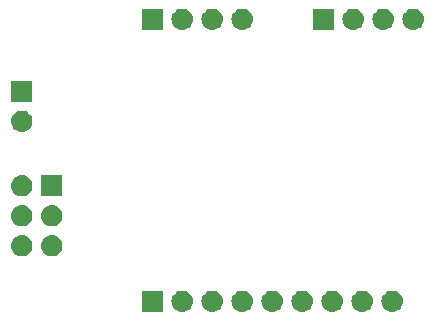
<source format=gbs>
G04 #@! TF.GenerationSoftware,KiCad,Pcbnew,(5.1.4)-1*
G04 #@! TF.CreationDate,2019-09-21T23:44:47+03:00*
G04 #@! TF.ProjectId,Project_3_BACEE,50726f6a-6563-4745-9f33-5f4241434545,v1.0*
G04 #@! TF.SameCoordinates,Original*
G04 #@! TF.FileFunction,Soldermask,Bot*
G04 #@! TF.FilePolarity,Negative*
%FSLAX46Y46*%
G04 Gerber Fmt 4.6, Leading zero omitted, Abs format (unit mm)*
G04 Created by KiCad (PCBNEW (5.1.4)-1) date 2019-09-21 23:44:47*
%MOMM*%
%LPD*%
G04 APERTURE LIST*
%ADD10C,0.100000*%
G04 APERTURE END LIST*
D10*
G36*
X136762442Y-110865518D02*
G01*
X136828627Y-110872037D01*
X136998466Y-110923557D01*
X137154991Y-111007222D01*
X137190729Y-111036552D01*
X137292186Y-111119814D01*
X137375448Y-111221271D01*
X137404778Y-111257009D01*
X137488443Y-111413534D01*
X137539963Y-111583373D01*
X137557359Y-111760000D01*
X137539963Y-111936627D01*
X137488443Y-112106466D01*
X137404778Y-112262991D01*
X137375448Y-112298729D01*
X137292186Y-112400186D01*
X137190729Y-112483448D01*
X137154991Y-112512778D01*
X136998466Y-112596443D01*
X136828627Y-112647963D01*
X136762442Y-112654482D01*
X136696260Y-112661000D01*
X136607740Y-112661000D01*
X136541558Y-112654482D01*
X136475373Y-112647963D01*
X136305534Y-112596443D01*
X136149009Y-112512778D01*
X136113271Y-112483448D01*
X136011814Y-112400186D01*
X135928552Y-112298729D01*
X135899222Y-112262991D01*
X135815557Y-112106466D01*
X135764037Y-111936627D01*
X135746641Y-111760000D01*
X135764037Y-111583373D01*
X135815557Y-111413534D01*
X135899222Y-111257009D01*
X135928552Y-111221271D01*
X136011814Y-111119814D01*
X136113271Y-111036552D01*
X136149009Y-111007222D01*
X136305534Y-110923557D01*
X136475373Y-110872037D01*
X136541558Y-110865518D01*
X136607740Y-110859000D01*
X136696260Y-110859000D01*
X136762442Y-110865518D01*
X136762442Y-110865518D01*
G37*
G36*
X134222442Y-110865518D02*
G01*
X134288627Y-110872037D01*
X134458466Y-110923557D01*
X134614991Y-111007222D01*
X134650729Y-111036552D01*
X134752186Y-111119814D01*
X134835448Y-111221271D01*
X134864778Y-111257009D01*
X134948443Y-111413534D01*
X134999963Y-111583373D01*
X135017359Y-111760000D01*
X134999963Y-111936627D01*
X134948443Y-112106466D01*
X134864778Y-112262991D01*
X134835448Y-112298729D01*
X134752186Y-112400186D01*
X134650729Y-112483448D01*
X134614991Y-112512778D01*
X134458466Y-112596443D01*
X134288627Y-112647963D01*
X134222442Y-112654482D01*
X134156260Y-112661000D01*
X134067740Y-112661000D01*
X134001558Y-112654482D01*
X133935373Y-112647963D01*
X133765534Y-112596443D01*
X133609009Y-112512778D01*
X133573271Y-112483448D01*
X133471814Y-112400186D01*
X133388552Y-112298729D01*
X133359222Y-112262991D01*
X133275557Y-112106466D01*
X133224037Y-111936627D01*
X133206641Y-111760000D01*
X133224037Y-111583373D01*
X133275557Y-111413534D01*
X133359222Y-111257009D01*
X133388552Y-111221271D01*
X133471814Y-111119814D01*
X133573271Y-111036552D01*
X133609009Y-111007222D01*
X133765534Y-110923557D01*
X133935373Y-110872037D01*
X134001558Y-110865518D01*
X134067740Y-110859000D01*
X134156260Y-110859000D01*
X134222442Y-110865518D01*
X134222442Y-110865518D01*
G37*
G36*
X131682442Y-110865518D02*
G01*
X131748627Y-110872037D01*
X131918466Y-110923557D01*
X132074991Y-111007222D01*
X132110729Y-111036552D01*
X132212186Y-111119814D01*
X132295448Y-111221271D01*
X132324778Y-111257009D01*
X132408443Y-111413534D01*
X132459963Y-111583373D01*
X132477359Y-111760000D01*
X132459963Y-111936627D01*
X132408443Y-112106466D01*
X132324778Y-112262991D01*
X132295448Y-112298729D01*
X132212186Y-112400186D01*
X132110729Y-112483448D01*
X132074991Y-112512778D01*
X131918466Y-112596443D01*
X131748627Y-112647963D01*
X131682442Y-112654482D01*
X131616260Y-112661000D01*
X131527740Y-112661000D01*
X131461558Y-112654482D01*
X131395373Y-112647963D01*
X131225534Y-112596443D01*
X131069009Y-112512778D01*
X131033271Y-112483448D01*
X130931814Y-112400186D01*
X130848552Y-112298729D01*
X130819222Y-112262991D01*
X130735557Y-112106466D01*
X130684037Y-111936627D01*
X130666641Y-111760000D01*
X130684037Y-111583373D01*
X130735557Y-111413534D01*
X130819222Y-111257009D01*
X130848552Y-111221271D01*
X130931814Y-111119814D01*
X131033271Y-111036552D01*
X131069009Y-111007222D01*
X131225534Y-110923557D01*
X131395373Y-110872037D01*
X131461558Y-110865518D01*
X131527740Y-110859000D01*
X131616260Y-110859000D01*
X131682442Y-110865518D01*
X131682442Y-110865518D01*
G37*
G36*
X129142442Y-110865518D02*
G01*
X129208627Y-110872037D01*
X129378466Y-110923557D01*
X129534991Y-111007222D01*
X129570729Y-111036552D01*
X129672186Y-111119814D01*
X129755448Y-111221271D01*
X129784778Y-111257009D01*
X129868443Y-111413534D01*
X129919963Y-111583373D01*
X129937359Y-111760000D01*
X129919963Y-111936627D01*
X129868443Y-112106466D01*
X129784778Y-112262991D01*
X129755448Y-112298729D01*
X129672186Y-112400186D01*
X129570729Y-112483448D01*
X129534991Y-112512778D01*
X129378466Y-112596443D01*
X129208627Y-112647963D01*
X129142442Y-112654482D01*
X129076260Y-112661000D01*
X128987740Y-112661000D01*
X128921558Y-112654482D01*
X128855373Y-112647963D01*
X128685534Y-112596443D01*
X128529009Y-112512778D01*
X128493271Y-112483448D01*
X128391814Y-112400186D01*
X128308552Y-112298729D01*
X128279222Y-112262991D01*
X128195557Y-112106466D01*
X128144037Y-111936627D01*
X128126641Y-111760000D01*
X128144037Y-111583373D01*
X128195557Y-111413534D01*
X128279222Y-111257009D01*
X128308552Y-111221271D01*
X128391814Y-111119814D01*
X128493271Y-111036552D01*
X128529009Y-111007222D01*
X128685534Y-110923557D01*
X128855373Y-110872037D01*
X128921558Y-110865518D01*
X128987740Y-110859000D01*
X129076260Y-110859000D01*
X129142442Y-110865518D01*
X129142442Y-110865518D01*
G37*
G36*
X126602442Y-110865518D02*
G01*
X126668627Y-110872037D01*
X126838466Y-110923557D01*
X126994991Y-111007222D01*
X127030729Y-111036552D01*
X127132186Y-111119814D01*
X127215448Y-111221271D01*
X127244778Y-111257009D01*
X127328443Y-111413534D01*
X127379963Y-111583373D01*
X127397359Y-111760000D01*
X127379963Y-111936627D01*
X127328443Y-112106466D01*
X127244778Y-112262991D01*
X127215448Y-112298729D01*
X127132186Y-112400186D01*
X127030729Y-112483448D01*
X126994991Y-112512778D01*
X126838466Y-112596443D01*
X126668627Y-112647963D01*
X126602442Y-112654482D01*
X126536260Y-112661000D01*
X126447740Y-112661000D01*
X126381558Y-112654482D01*
X126315373Y-112647963D01*
X126145534Y-112596443D01*
X125989009Y-112512778D01*
X125953271Y-112483448D01*
X125851814Y-112400186D01*
X125768552Y-112298729D01*
X125739222Y-112262991D01*
X125655557Y-112106466D01*
X125604037Y-111936627D01*
X125586641Y-111760000D01*
X125604037Y-111583373D01*
X125655557Y-111413534D01*
X125739222Y-111257009D01*
X125768552Y-111221271D01*
X125851814Y-111119814D01*
X125953271Y-111036552D01*
X125989009Y-111007222D01*
X126145534Y-110923557D01*
X126315373Y-110872037D01*
X126381558Y-110865518D01*
X126447740Y-110859000D01*
X126536260Y-110859000D01*
X126602442Y-110865518D01*
X126602442Y-110865518D01*
G37*
G36*
X124853000Y-112661000D02*
G01*
X123051000Y-112661000D01*
X123051000Y-110859000D01*
X124853000Y-110859000D01*
X124853000Y-112661000D01*
X124853000Y-112661000D01*
G37*
G36*
X144382442Y-110865518D02*
G01*
X144448627Y-110872037D01*
X144618466Y-110923557D01*
X144774991Y-111007222D01*
X144810729Y-111036552D01*
X144912186Y-111119814D01*
X144995448Y-111221271D01*
X145024778Y-111257009D01*
X145108443Y-111413534D01*
X145159963Y-111583373D01*
X145177359Y-111760000D01*
X145159963Y-111936627D01*
X145108443Y-112106466D01*
X145024778Y-112262991D01*
X144995448Y-112298729D01*
X144912186Y-112400186D01*
X144810729Y-112483448D01*
X144774991Y-112512778D01*
X144618466Y-112596443D01*
X144448627Y-112647963D01*
X144382442Y-112654482D01*
X144316260Y-112661000D01*
X144227740Y-112661000D01*
X144161558Y-112654482D01*
X144095373Y-112647963D01*
X143925534Y-112596443D01*
X143769009Y-112512778D01*
X143733271Y-112483448D01*
X143631814Y-112400186D01*
X143548552Y-112298729D01*
X143519222Y-112262991D01*
X143435557Y-112106466D01*
X143384037Y-111936627D01*
X143366641Y-111760000D01*
X143384037Y-111583373D01*
X143435557Y-111413534D01*
X143519222Y-111257009D01*
X143548552Y-111221271D01*
X143631814Y-111119814D01*
X143733271Y-111036552D01*
X143769009Y-111007222D01*
X143925534Y-110923557D01*
X144095373Y-110872037D01*
X144161558Y-110865518D01*
X144227740Y-110859000D01*
X144316260Y-110859000D01*
X144382442Y-110865518D01*
X144382442Y-110865518D01*
G37*
G36*
X139302442Y-110865518D02*
G01*
X139368627Y-110872037D01*
X139538466Y-110923557D01*
X139694991Y-111007222D01*
X139730729Y-111036552D01*
X139832186Y-111119814D01*
X139915448Y-111221271D01*
X139944778Y-111257009D01*
X140028443Y-111413534D01*
X140079963Y-111583373D01*
X140097359Y-111760000D01*
X140079963Y-111936627D01*
X140028443Y-112106466D01*
X139944778Y-112262991D01*
X139915448Y-112298729D01*
X139832186Y-112400186D01*
X139730729Y-112483448D01*
X139694991Y-112512778D01*
X139538466Y-112596443D01*
X139368627Y-112647963D01*
X139302442Y-112654482D01*
X139236260Y-112661000D01*
X139147740Y-112661000D01*
X139081558Y-112654482D01*
X139015373Y-112647963D01*
X138845534Y-112596443D01*
X138689009Y-112512778D01*
X138653271Y-112483448D01*
X138551814Y-112400186D01*
X138468552Y-112298729D01*
X138439222Y-112262991D01*
X138355557Y-112106466D01*
X138304037Y-111936627D01*
X138286641Y-111760000D01*
X138304037Y-111583373D01*
X138355557Y-111413534D01*
X138439222Y-111257009D01*
X138468552Y-111221271D01*
X138551814Y-111119814D01*
X138653271Y-111036552D01*
X138689009Y-111007222D01*
X138845534Y-110923557D01*
X139015373Y-110872037D01*
X139081558Y-110865518D01*
X139147740Y-110859000D01*
X139236260Y-110859000D01*
X139302442Y-110865518D01*
X139302442Y-110865518D01*
G37*
G36*
X141842442Y-110865518D02*
G01*
X141908627Y-110872037D01*
X142078466Y-110923557D01*
X142234991Y-111007222D01*
X142270729Y-111036552D01*
X142372186Y-111119814D01*
X142455448Y-111221271D01*
X142484778Y-111257009D01*
X142568443Y-111413534D01*
X142619963Y-111583373D01*
X142637359Y-111760000D01*
X142619963Y-111936627D01*
X142568443Y-112106466D01*
X142484778Y-112262991D01*
X142455448Y-112298729D01*
X142372186Y-112400186D01*
X142270729Y-112483448D01*
X142234991Y-112512778D01*
X142078466Y-112596443D01*
X141908627Y-112647963D01*
X141842442Y-112654482D01*
X141776260Y-112661000D01*
X141687740Y-112661000D01*
X141621558Y-112654482D01*
X141555373Y-112647963D01*
X141385534Y-112596443D01*
X141229009Y-112512778D01*
X141193271Y-112483448D01*
X141091814Y-112400186D01*
X141008552Y-112298729D01*
X140979222Y-112262991D01*
X140895557Y-112106466D01*
X140844037Y-111936627D01*
X140826641Y-111760000D01*
X140844037Y-111583373D01*
X140895557Y-111413534D01*
X140979222Y-111257009D01*
X141008552Y-111221271D01*
X141091814Y-111119814D01*
X141193271Y-111036552D01*
X141229009Y-111007222D01*
X141385534Y-110923557D01*
X141555373Y-110872037D01*
X141621558Y-110865518D01*
X141687740Y-110859000D01*
X141776260Y-110859000D01*
X141842442Y-110865518D01*
X141842442Y-110865518D01*
G37*
G36*
X113013442Y-106166518D02*
G01*
X113079627Y-106173037D01*
X113249466Y-106224557D01*
X113405991Y-106308222D01*
X113441729Y-106337552D01*
X113543186Y-106420814D01*
X113626448Y-106522271D01*
X113655778Y-106558009D01*
X113739443Y-106714534D01*
X113790963Y-106884373D01*
X113808359Y-107061000D01*
X113790963Y-107237627D01*
X113739443Y-107407466D01*
X113655778Y-107563991D01*
X113626448Y-107599729D01*
X113543186Y-107701186D01*
X113441729Y-107784448D01*
X113405991Y-107813778D01*
X113249466Y-107897443D01*
X113079627Y-107948963D01*
X113013443Y-107955481D01*
X112947260Y-107962000D01*
X112858740Y-107962000D01*
X112792557Y-107955481D01*
X112726373Y-107948963D01*
X112556534Y-107897443D01*
X112400009Y-107813778D01*
X112364271Y-107784448D01*
X112262814Y-107701186D01*
X112179552Y-107599729D01*
X112150222Y-107563991D01*
X112066557Y-107407466D01*
X112015037Y-107237627D01*
X111997641Y-107061000D01*
X112015037Y-106884373D01*
X112066557Y-106714534D01*
X112150222Y-106558009D01*
X112179552Y-106522271D01*
X112262814Y-106420814D01*
X112364271Y-106337552D01*
X112400009Y-106308222D01*
X112556534Y-106224557D01*
X112726373Y-106173037D01*
X112792558Y-106166518D01*
X112858740Y-106160000D01*
X112947260Y-106160000D01*
X113013442Y-106166518D01*
X113013442Y-106166518D01*
G37*
G36*
X115553442Y-106166518D02*
G01*
X115619627Y-106173037D01*
X115789466Y-106224557D01*
X115945991Y-106308222D01*
X115981729Y-106337552D01*
X116083186Y-106420814D01*
X116166448Y-106522271D01*
X116195778Y-106558009D01*
X116279443Y-106714534D01*
X116330963Y-106884373D01*
X116348359Y-107061000D01*
X116330963Y-107237627D01*
X116279443Y-107407466D01*
X116195778Y-107563991D01*
X116166448Y-107599729D01*
X116083186Y-107701186D01*
X115981729Y-107784448D01*
X115945991Y-107813778D01*
X115789466Y-107897443D01*
X115619627Y-107948963D01*
X115553443Y-107955481D01*
X115487260Y-107962000D01*
X115398740Y-107962000D01*
X115332557Y-107955481D01*
X115266373Y-107948963D01*
X115096534Y-107897443D01*
X114940009Y-107813778D01*
X114904271Y-107784448D01*
X114802814Y-107701186D01*
X114719552Y-107599729D01*
X114690222Y-107563991D01*
X114606557Y-107407466D01*
X114555037Y-107237627D01*
X114537641Y-107061000D01*
X114555037Y-106884373D01*
X114606557Y-106714534D01*
X114690222Y-106558009D01*
X114719552Y-106522271D01*
X114802814Y-106420814D01*
X114904271Y-106337552D01*
X114940009Y-106308222D01*
X115096534Y-106224557D01*
X115266373Y-106173037D01*
X115332558Y-106166518D01*
X115398740Y-106160000D01*
X115487260Y-106160000D01*
X115553442Y-106166518D01*
X115553442Y-106166518D01*
G37*
G36*
X115553442Y-103626518D02*
G01*
X115619627Y-103633037D01*
X115789466Y-103684557D01*
X115945991Y-103768222D01*
X115981729Y-103797552D01*
X116083186Y-103880814D01*
X116166448Y-103982271D01*
X116195778Y-104018009D01*
X116279443Y-104174534D01*
X116330963Y-104344373D01*
X116348359Y-104521000D01*
X116330963Y-104697627D01*
X116279443Y-104867466D01*
X116195778Y-105023991D01*
X116166448Y-105059729D01*
X116083186Y-105161186D01*
X115981729Y-105244448D01*
X115945991Y-105273778D01*
X115789466Y-105357443D01*
X115619627Y-105408963D01*
X115553442Y-105415482D01*
X115487260Y-105422000D01*
X115398740Y-105422000D01*
X115332558Y-105415482D01*
X115266373Y-105408963D01*
X115096534Y-105357443D01*
X114940009Y-105273778D01*
X114904271Y-105244448D01*
X114802814Y-105161186D01*
X114719552Y-105059729D01*
X114690222Y-105023991D01*
X114606557Y-104867466D01*
X114555037Y-104697627D01*
X114537641Y-104521000D01*
X114555037Y-104344373D01*
X114606557Y-104174534D01*
X114690222Y-104018009D01*
X114719552Y-103982271D01*
X114802814Y-103880814D01*
X114904271Y-103797552D01*
X114940009Y-103768222D01*
X115096534Y-103684557D01*
X115266373Y-103633037D01*
X115332558Y-103626518D01*
X115398740Y-103620000D01*
X115487260Y-103620000D01*
X115553442Y-103626518D01*
X115553442Y-103626518D01*
G37*
G36*
X113013442Y-103626518D02*
G01*
X113079627Y-103633037D01*
X113249466Y-103684557D01*
X113405991Y-103768222D01*
X113441729Y-103797552D01*
X113543186Y-103880814D01*
X113626448Y-103982271D01*
X113655778Y-104018009D01*
X113739443Y-104174534D01*
X113790963Y-104344373D01*
X113808359Y-104521000D01*
X113790963Y-104697627D01*
X113739443Y-104867466D01*
X113655778Y-105023991D01*
X113626448Y-105059729D01*
X113543186Y-105161186D01*
X113441729Y-105244448D01*
X113405991Y-105273778D01*
X113249466Y-105357443D01*
X113079627Y-105408963D01*
X113013442Y-105415482D01*
X112947260Y-105422000D01*
X112858740Y-105422000D01*
X112792558Y-105415482D01*
X112726373Y-105408963D01*
X112556534Y-105357443D01*
X112400009Y-105273778D01*
X112364271Y-105244448D01*
X112262814Y-105161186D01*
X112179552Y-105059729D01*
X112150222Y-105023991D01*
X112066557Y-104867466D01*
X112015037Y-104697627D01*
X111997641Y-104521000D01*
X112015037Y-104344373D01*
X112066557Y-104174534D01*
X112150222Y-104018009D01*
X112179552Y-103982271D01*
X112262814Y-103880814D01*
X112364271Y-103797552D01*
X112400009Y-103768222D01*
X112556534Y-103684557D01*
X112726373Y-103633037D01*
X112792558Y-103626518D01*
X112858740Y-103620000D01*
X112947260Y-103620000D01*
X113013442Y-103626518D01*
X113013442Y-103626518D01*
G37*
G36*
X116344000Y-102882000D02*
G01*
X114542000Y-102882000D01*
X114542000Y-101080000D01*
X116344000Y-101080000D01*
X116344000Y-102882000D01*
X116344000Y-102882000D01*
G37*
G36*
X113013443Y-101086519D02*
G01*
X113079627Y-101093037D01*
X113249466Y-101144557D01*
X113405991Y-101228222D01*
X113441729Y-101257552D01*
X113543186Y-101340814D01*
X113626448Y-101442271D01*
X113655778Y-101478009D01*
X113739443Y-101634534D01*
X113790963Y-101804373D01*
X113808359Y-101981000D01*
X113790963Y-102157627D01*
X113739443Y-102327466D01*
X113655778Y-102483991D01*
X113626448Y-102519729D01*
X113543186Y-102621186D01*
X113441729Y-102704448D01*
X113405991Y-102733778D01*
X113249466Y-102817443D01*
X113079627Y-102868963D01*
X113013443Y-102875481D01*
X112947260Y-102882000D01*
X112858740Y-102882000D01*
X112792557Y-102875481D01*
X112726373Y-102868963D01*
X112556534Y-102817443D01*
X112400009Y-102733778D01*
X112364271Y-102704448D01*
X112262814Y-102621186D01*
X112179552Y-102519729D01*
X112150222Y-102483991D01*
X112066557Y-102327466D01*
X112015037Y-102157627D01*
X111997641Y-101981000D01*
X112015037Y-101804373D01*
X112066557Y-101634534D01*
X112150222Y-101478009D01*
X112179552Y-101442271D01*
X112262814Y-101340814D01*
X112364271Y-101257552D01*
X112400009Y-101228222D01*
X112556534Y-101144557D01*
X112726373Y-101093037D01*
X112792557Y-101086519D01*
X112858740Y-101080000D01*
X112947260Y-101080000D01*
X113013443Y-101086519D01*
X113013443Y-101086519D01*
G37*
G36*
X113013442Y-95625518D02*
G01*
X113079627Y-95632037D01*
X113249466Y-95683557D01*
X113405991Y-95767222D01*
X113441729Y-95796552D01*
X113543186Y-95879814D01*
X113626448Y-95981271D01*
X113655778Y-96017009D01*
X113739443Y-96173534D01*
X113790963Y-96343373D01*
X113808359Y-96520000D01*
X113790963Y-96696627D01*
X113739443Y-96866466D01*
X113655778Y-97022991D01*
X113626448Y-97058729D01*
X113543186Y-97160186D01*
X113441729Y-97243448D01*
X113405991Y-97272778D01*
X113249466Y-97356443D01*
X113079627Y-97407963D01*
X113013442Y-97414482D01*
X112947260Y-97421000D01*
X112858740Y-97421000D01*
X112792558Y-97414482D01*
X112726373Y-97407963D01*
X112556534Y-97356443D01*
X112400009Y-97272778D01*
X112364271Y-97243448D01*
X112262814Y-97160186D01*
X112179552Y-97058729D01*
X112150222Y-97022991D01*
X112066557Y-96866466D01*
X112015037Y-96696627D01*
X111997641Y-96520000D01*
X112015037Y-96343373D01*
X112066557Y-96173534D01*
X112150222Y-96017009D01*
X112179552Y-95981271D01*
X112262814Y-95879814D01*
X112364271Y-95796552D01*
X112400009Y-95767222D01*
X112556534Y-95683557D01*
X112726373Y-95632037D01*
X112792558Y-95625518D01*
X112858740Y-95619000D01*
X112947260Y-95619000D01*
X113013442Y-95625518D01*
X113013442Y-95625518D01*
G37*
G36*
X113804000Y-94881000D02*
G01*
X112002000Y-94881000D01*
X112002000Y-93079000D01*
X113804000Y-93079000D01*
X113804000Y-94881000D01*
X113804000Y-94881000D01*
G37*
G36*
X139331000Y-88785000D02*
G01*
X137529000Y-88785000D01*
X137529000Y-86983000D01*
X139331000Y-86983000D01*
X139331000Y-88785000D01*
X139331000Y-88785000D01*
G37*
G36*
X146160443Y-86989519D02*
G01*
X146226627Y-86996037D01*
X146396466Y-87047557D01*
X146552991Y-87131222D01*
X146588729Y-87160552D01*
X146690186Y-87243814D01*
X146773448Y-87345271D01*
X146802778Y-87381009D01*
X146886443Y-87537534D01*
X146937963Y-87707373D01*
X146955359Y-87884000D01*
X146937963Y-88060627D01*
X146886443Y-88230466D01*
X146802778Y-88386991D01*
X146773448Y-88422729D01*
X146690186Y-88524186D01*
X146588729Y-88607448D01*
X146552991Y-88636778D01*
X146396466Y-88720443D01*
X146226627Y-88771963D01*
X146160442Y-88778482D01*
X146094260Y-88785000D01*
X146005740Y-88785000D01*
X145939558Y-88778482D01*
X145873373Y-88771963D01*
X145703534Y-88720443D01*
X145547009Y-88636778D01*
X145511271Y-88607448D01*
X145409814Y-88524186D01*
X145326552Y-88422729D01*
X145297222Y-88386991D01*
X145213557Y-88230466D01*
X145162037Y-88060627D01*
X145144641Y-87884000D01*
X145162037Y-87707373D01*
X145213557Y-87537534D01*
X145297222Y-87381009D01*
X145326552Y-87345271D01*
X145409814Y-87243814D01*
X145511271Y-87160552D01*
X145547009Y-87131222D01*
X145703534Y-87047557D01*
X145873373Y-86996037D01*
X145939557Y-86989519D01*
X146005740Y-86983000D01*
X146094260Y-86983000D01*
X146160443Y-86989519D01*
X146160443Y-86989519D01*
G37*
G36*
X143620443Y-86989519D02*
G01*
X143686627Y-86996037D01*
X143856466Y-87047557D01*
X144012991Y-87131222D01*
X144048729Y-87160552D01*
X144150186Y-87243814D01*
X144233448Y-87345271D01*
X144262778Y-87381009D01*
X144346443Y-87537534D01*
X144397963Y-87707373D01*
X144415359Y-87884000D01*
X144397963Y-88060627D01*
X144346443Y-88230466D01*
X144262778Y-88386991D01*
X144233448Y-88422729D01*
X144150186Y-88524186D01*
X144048729Y-88607448D01*
X144012991Y-88636778D01*
X143856466Y-88720443D01*
X143686627Y-88771963D01*
X143620442Y-88778482D01*
X143554260Y-88785000D01*
X143465740Y-88785000D01*
X143399558Y-88778482D01*
X143333373Y-88771963D01*
X143163534Y-88720443D01*
X143007009Y-88636778D01*
X142971271Y-88607448D01*
X142869814Y-88524186D01*
X142786552Y-88422729D01*
X142757222Y-88386991D01*
X142673557Y-88230466D01*
X142622037Y-88060627D01*
X142604641Y-87884000D01*
X142622037Y-87707373D01*
X142673557Y-87537534D01*
X142757222Y-87381009D01*
X142786552Y-87345271D01*
X142869814Y-87243814D01*
X142971271Y-87160552D01*
X143007009Y-87131222D01*
X143163534Y-87047557D01*
X143333373Y-86996037D01*
X143399557Y-86989519D01*
X143465740Y-86983000D01*
X143554260Y-86983000D01*
X143620443Y-86989519D01*
X143620443Y-86989519D01*
G37*
G36*
X141080443Y-86989519D02*
G01*
X141146627Y-86996037D01*
X141316466Y-87047557D01*
X141472991Y-87131222D01*
X141508729Y-87160552D01*
X141610186Y-87243814D01*
X141693448Y-87345271D01*
X141722778Y-87381009D01*
X141806443Y-87537534D01*
X141857963Y-87707373D01*
X141875359Y-87884000D01*
X141857963Y-88060627D01*
X141806443Y-88230466D01*
X141722778Y-88386991D01*
X141693448Y-88422729D01*
X141610186Y-88524186D01*
X141508729Y-88607448D01*
X141472991Y-88636778D01*
X141316466Y-88720443D01*
X141146627Y-88771963D01*
X141080442Y-88778482D01*
X141014260Y-88785000D01*
X140925740Y-88785000D01*
X140859558Y-88778482D01*
X140793373Y-88771963D01*
X140623534Y-88720443D01*
X140467009Y-88636778D01*
X140431271Y-88607448D01*
X140329814Y-88524186D01*
X140246552Y-88422729D01*
X140217222Y-88386991D01*
X140133557Y-88230466D01*
X140082037Y-88060627D01*
X140064641Y-87884000D01*
X140082037Y-87707373D01*
X140133557Y-87537534D01*
X140217222Y-87381009D01*
X140246552Y-87345271D01*
X140329814Y-87243814D01*
X140431271Y-87160552D01*
X140467009Y-87131222D01*
X140623534Y-87047557D01*
X140793373Y-86996037D01*
X140859557Y-86989519D01*
X140925740Y-86983000D01*
X141014260Y-86983000D01*
X141080443Y-86989519D01*
X141080443Y-86989519D01*
G37*
G36*
X124853000Y-88785000D02*
G01*
X123051000Y-88785000D01*
X123051000Y-86983000D01*
X124853000Y-86983000D01*
X124853000Y-88785000D01*
X124853000Y-88785000D01*
G37*
G36*
X131682443Y-86989519D02*
G01*
X131748627Y-86996037D01*
X131918466Y-87047557D01*
X132074991Y-87131222D01*
X132110729Y-87160552D01*
X132212186Y-87243814D01*
X132295448Y-87345271D01*
X132324778Y-87381009D01*
X132408443Y-87537534D01*
X132459963Y-87707373D01*
X132477359Y-87884000D01*
X132459963Y-88060627D01*
X132408443Y-88230466D01*
X132324778Y-88386991D01*
X132295448Y-88422729D01*
X132212186Y-88524186D01*
X132110729Y-88607448D01*
X132074991Y-88636778D01*
X131918466Y-88720443D01*
X131748627Y-88771963D01*
X131682442Y-88778482D01*
X131616260Y-88785000D01*
X131527740Y-88785000D01*
X131461558Y-88778482D01*
X131395373Y-88771963D01*
X131225534Y-88720443D01*
X131069009Y-88636778D01*
X131033271Y-88607448D01*
X130931814Y-88524186D01*
X130848552Y-88422729D01*
X130819222Y-88386991D01*
X130735557Y-88230466D01*
X130684037Y-88060627D01*
X130666641Y-87884000D01*
X130684037Y-87707373D01*
X130735557Y-87537534D01*
X130819222Y-87381009D01*
X130848552Y-87345271D01*
X130931814Y-87243814D01*
X131033271Y-87160552D01*
X131069009Y-87131222D01*
X131225534Y-87047557D01*
X131395373Y-86996037D01*
X131461557Y-86989519D01*
X131527740Y-86983000D01*
X131616260Y-86983000D01*
X131682443Y-86989519D01*
X131682443Y-86989519D01*
G37*
G36*
X126602443Y-86989519D02*
G01*
X126668627Y-86996037D01*
X126838466Y-87047557D01*
X126994991Y-87131222D01*
X127030729Y-87160552D01*
X127132186Y-87243814D01*
X127215448Y-87345271D01*
X127244778Y-87381009D01*
X127328443Y-87537534D01*
X127379963Y-87707373D01*
X127397359Y-87884000D01*
X127379963Y-88060627D01*
X127328443Y-88230466D01*
X127244778Y-88386991D01*
X127215448Y-88422729D01*
X127132186Y-88524186D01*
X127030729Y-88607448D01*
X126994991Y-88636778D01*
X126838466Y-88720443D01*
X126668627Y-88771963D01*
X126602442Y-88778482D01*
X126536260Y-88785000D01*
X126447740Y-88785000D01*
X126381558Y-88778482D01*
X126315373Y-88771963D01*
X126145534Y-88720443D01*
X125989009Y-88636778D01*
X125953271Y-88607448D01*
X125851814Y-88524186D01*
X125768552Y-88422729D01*
X125739222Y-88386991D01*
X125655557Y-88230466D01*
X125604037Y-88060627D01*
X125586641Y-87884000D01*
X125604037Y-87707373D01*
X125655557Y-87537534D01*
X125739222Y-87381009D01*
X125768552Y-87345271D01*
X125851814Y-87243814D01*
X125953271Y-87160552D01*
X125989009Y-87131222D01*
X126145534Y-87047557D01*
X126315373Y-86996037D01*
X126381557Y-86989519D01*
X126447740Y-86983000D01*
X126536260Y-86983000D01*
X126602443Y-86989519D01*
X126602443Y-86989519D01*
G37*
G36*
X129142443Y-86989519D02*
G01*
X129208627Y-86996037D01*
X129378466Y-87047557D01*
X129534991Y-87131222D01*
X129570729Y-87160552D01*
X129672186Y-87243814D01*
X129755448Y-87345271D01*
X129784778Y-87381009D01*
X129868443Y-87537534D01*
X129919963Y-87707373D01*
X129937359Y-87884000D01*
X129919963Y-88060627D01*
X129868443Y-88230466D01*
X129784778Y-88386991D01*
X129755448Y-88422729D01*
X129672186Y-88524186D01*
X129570729Y-88607448D01*
X129534991Y-88636778D01*
X129378466Y-88720443D01*
X129208627Y-88771963D01*
X129142442Y-88778482D01*
X129076260Y-88785000D01*
X128987740Y-88785000D01*
X128921558Y-88778482D01*
X128855373Y-88771963D01*
X128685534Y-88720443D01*
X128529009Y-88636778D01*
X128493271Y-88607448D01*
X128391814Y-88524186D01*
X128308552Y-88422729D01*
X128279222Y-88386991D01*
X128195557Y-88230466D01*
X128144037Y-88060627D01*
X128126641Y-87884000D01*
X128144037Y-87707373D01*
X128195557Y-87537534D01*
X128279222Y-87381009D01*
X128308552Y-87345271D01*
X128391814Y-87243814D01*
X128493271Y-87160552D01*
X128529009Y-87131222D01*
X128685534Y-87047557D01*
X128855373Y-86996037D01*
X128921557Y-86989519D01*
X128987740Y-86983000D01*
X129076260Y-86983000D01*
X129142443Y-86989519D01*
X129142443Y-86989519D01*
G37*
M02*

</source>
